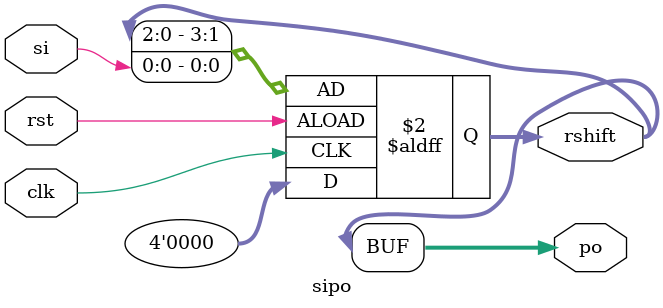
<source format=v>
`timescale 1ns / 1ps


module sipo(
input si, clk, rst,  
output [3:0]po,
output reg [3:0]rshift
);



always @ (posedge clk or negedge rst)
begin 
 if(rst)
  rshift <= 4'd0;
 else
  rshift<= { rshift[2:0], si}; //performing left shift of reg contents
end

assign po= rshift;
endmodule
</source>
